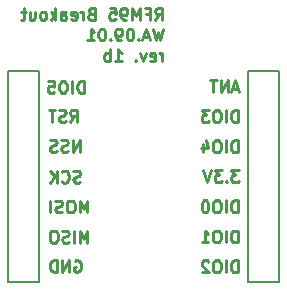
<source format=gbo>
G04 #@! TF.GenerationSoftware,KiCad,Pcbnew,(5.1.4)-1*
G04 #@! TF.CreationDate,2019-10-27T13:01:11+01:00*
G04 #@! TF.ProjectId,project,70726f6a-6563-4742-9e6b-696361645f70,1b*
G04 #@! TF.SameCoordinates,Original*
G04 #@! TF.FileFunction,Legend,Bot*
G04 #@! TF.FilePolarity,Positive*
%FSLAX46Y46*%
G04 Gerber Fmt 4.6, Leading zero omitted, Abs format (unit mm)*
G04 Created by KiCad (PCBNEW (5.1.4)-1) date 2019-10-27 13:01:11*
%MOMM*%
%LPD*%
G04 APERTURE LIST*
%ADD10C,0.250000*%
%ADD11C,0.150000*%
G04 APERTURE END LIST*
D10*
X129134396Y-78628560D02*
X129467729Y-78152370D01*
X129705824Y-78628560D02*
X129705824Y-77628560D01*
X129324872Y-77628560D01*
X129229634Y-77676180D01*
X129182015Y-77723799D01*
X129134396Y-77819037D01*
X129134396Y-77961894D01*
X129182015Y-78057132D01*
X129229634Y-78104751D01*
X129324872Y-78152370D01*
X129705824Y-78152370D01*
X128372491Y-78104751D02*
X128705824Y-78104751D01*
X128705824Y-78628560D02*
X128705824Y-77628560D01*
X128229634Y-77628560D01*
X127848681Y-78628560D02*
X127848681Y-77628560D01*
X127515348Y-78342846D01*
X127182015Y-77628560D01*
X127182015Y-78628560D01*
X126658205Y-78628560D02*
X126467729Y-78628560D01*
X126372491Y-78580941D01*
X126324872Y-78533322D01*
X126229634Y-78390465D01*
X126182015Y-78199989D01*
X126182015Y-77819037D01*
X126229634Y-77723799D01*
X126277253Y-77676180D01*
X126372491Y-77628560D01*
X126562967Y-77628560D01*
X126658205Y-77676180D01*
X126705824Y-77723799D01*
X126753443Y-77819037D01*
X126753443Y-78057132D01*
X126705824Y-78152370D01*
X126658205Y-78199989D01*
X126562967Y-78247608D01*
X126372491Y-78247608D01*
X126277253Y-78199989D01*
X126229634Y-78152370D01*
X126182015Y-78057132D01*
X125277253Y-77628560D02*
X125753443Y-77628560D01*
X125801062Y-78104751D01*
X125753443Y-78057132D01*
X125658205Y-78009513D01*
X125420110Y-78009513D01*
X125324872Y-78057132D01*
X125277253Y-78104751D01*
X125229634Y-78199989D01*
X125229634Y-78438084D01*
X125277253Y-78533322D01*
X125324872Y-78580941D01*
X125420110Y-78628560D01*
X125658205Y-78628560D01*
X125753443Y-78580941D01*
X125801062Y-78533322D01*
X123705824Y-78104751D02*
X123562967Y-78152370D01*
X123515348Y-78199989D01*
X123467729Y-78295227D01*
X123467729Y-78438084D01*
X123515348Y-78533322D01*
X123562967Y-78580941D01*
X123658205Y-78628560D01*
X124039158Y-78628560D01*
X124039158Y-77628560D01*
X123705824Y-77628560D01*
X123610586Y-77676180D01*
X123562967Y-77723799D01*
X123515348Y-77819037D01*
X123515348Y-77914275D01*
X123562967Y-78009513D01*
X123610586Y-78057132D01*
X123705824Y-78104751D01*
X124039158Y-78104751D01*
X123039158Y-78628560D02*
X123039158Y-77961894D01*
X123039158Y-78152370D02*
X122991539Y-78057132D01*
X122943920Y-78009513D01*
X122848681Y-77961894D01*
X122753443Y-77961894D01*
X122039158Y-78580941D02*
X122134396Y-78628560D01*
X122324872Y-78628560D01*
X122420110Y-78580941D01*
X122467729Y-78485703D01*
X122467729Y-78104751D01*
X122420110Y-78009513D01*
X122324872Y-77961894D01*
X122134396Y-77961894D01*
X122039158Y-78009513D01*
X121991539Y-78104751D01*
X121991539Y-78199989D01*
X122467729Y-78295227D01*
X121134396Y-78628560D02*
X121134396Y-78104751D01*
X121182015Y-78009513D01*
X121277253Y-77961894D01*
X121467729Y-77961894D01*
X121562967Y-78009513D01*
X121134396Y-78580941D02*
X121229634Y-78628560D01*
X121467729Y-78628560D01*
X121562967Y-78580941D01*
X121610586Y-78485703D01*
X121610586Y-78390465D01*
X121562967Y-78295227D01*
X121467729Y-78247608D01*
X121229634Y-78247608D01*
X121134396Y-78199989D01*
X120658205Y-78628560D02*
X120658205Y-77628560D01*
X120562967Y-78247608D02*
X120277253Y-78628560D01*
X120277253Y-77961894D02*
X120658205Y-78342846D01*
X119705824Y-78628560D02*
X119801062Y-78580941D01*
X119848681Y-78533322D01*
X119896300Y-78438084D01*
X119896300Y-78152370D01*
X119848681Y-78057132D01*
X119801062Y-78009513D01*
X119705824Y-77961894D01*
X119562967Y-77961894D01*
X119467729Y-78009513D01*
X119420110Y-78057132D01*
X119372491Y-78152370D01*
X119372491Y-78438084D01*
X119420110Y-78533322D01*
X119467729Y-78580941D01*
X119562967Y-78628560D01*
X119705824Y-78628560D01*
X118515348Y-77961894D02*
X118515348Y-78628560D01*
X118943920Y-77961894D02*
X118943920Y-78485703D01*
X118896300Y-78580941D01*
X118801062Y-78628560D01*
X118658205Y-78628560D01*
X118562967Y-78580941D01*
X118515348Y-78533322D01*
X118182015Y-77961894D02*
X117801062Y-77961894D01*
X118039158Y-77628560D02*
X118039158Y-78485703D01*
X117991539Y-78580941D01*
X117896300Y-78628560D01*
X117801062Y-78628560D01*
X129801062Y-79378560D02*
X129562967Y-80378560D01*
X129372491Y-79664275D01*
X129182015Y-80378560D01*
X128943920Y-79378560D01*
X128610586Y-80092846D02*
X128134396Y-80092846D01*
X128705824Y-80378560D02*
X128372491Y-79378560D01*
X128039158Y-80378560D01*
X127705824Y-80283322D02*
X127658205Y-80330941D01*
X127705824Y-80378560D01*
X127753443Y-80330941D01*
X127705824Y-80283322D01*
X127705824Y-80378560D01*
X127039158Y-79378560D02*
X126943920Y-79378560D01*
X126848681Y-79426180D01*
X126801062Y-79473799D01*
X126753443Y-79569037D01*
X126705824Y-79759513D01*
X126705824Y-79997608D01*
X126753443Y-80188084D01*
X126801062Y-80283322D01*
X126848681Y-80330941D01*
X126943920Y-80378560D01*
X127039158Y-80378560D01*
X127134396Y-80330941D01*
X127182015Y-80283322D01*
X127229634Y-80188084D01*
X127277253Y-79997608D01*
X127277253Y-79759513D01*
X127229634Y-79569037D01*
X127182015Y-79473799D01*
X127134396Y-79426180D01*
X127039158Y-79378560D01*
X126229634Y-80378560D02*
X126039158Y-80378560D01*
X125943920Y-80330941D01*
X125896300Y-80283322D01*
X125801062Y-80140465D01*
X125753443Y-79949989D01*
X125753443Y-79569037D01*
X125801062Y-79473799D01*
X125848681Y-79426180D01*
X125943920Y-79378560D01*
X126134396Y-79378560D01*
X126229634Y-79426180D01*
X126277253Y-79473799D01*
X126324872Y-79569037D01*
X126324872Y-79807132D01*
X126277253Y-79902370D01*
X126229634Y-79949989D01*
X126134396Y-79997608D01*
X125943920Y-79997608D01*
X125848681Y-79949989D01*
X125801062Y-79902370D01*
X125753443Y-79807132D01*
X125324872Y-80283322D02*
X125277253Y-80330941D01*
X125324872Y-80378560D01*
X125372491Y-80330941D01*
X125324872Y-80283322D01*
X125324872Y-80378560D01*
X124658205Y-79378560D02*
X124562967Y-79378560D01*
X124467729Y-79426180D01*
X124420110Y-79473799D01*
X124372491Y-79569037D01*
X124324872Y-79759513D01*
X124324872Y-79997608D01*
X124372491Y-80188084D01*
X124420110Y-80283322D01*
X124467729Y-80330941D01*
X124562967Y-80378560D01*
X124658205Y-80378560D01*
X124753443Y-80330941D01*
X124801062Y-80283322D01*
X124848681Y-80188084D01*
X124896300Y-79997608D01*
X124896300Y-79759513D01*
X124848681Y-79569037D01*
X124801062Y-79473799D01*
X124753443Y-79426180D01*
X124658205Y-79378560D01*
X123372491Y-80378560D02*
X123943920Y-80378560D01*
X123658205Y-80378560D02*
X123658205Y-79378560D01*
X123753443Y-79521418D01*
X123848681Y-79616656D01*
X123943920Y-79664275D01*
X129705824Y-82128560D02*
X129705824Y-81461894D01*
X129705824Y-81652370D02*
X129658205Y-81557132D01*
X129610586Y-81509513D01*
X129515348Y-81461894D01*
X129420110Y-81461894D01*
X128705824Y-82080941D02*
X128801062Y-82128560D01*
X128991539Y-82128560D01*
X129086777Y-82080941D01*
X129134396Y-81985703D01*
X129134396Y-81604751D01*
X129086777Y-81509513D01*
X128991539Y-81461894D01*
X128801062Y-81461894D01*
X128705824Y-81509513D01*
X128658205Y-81604751D01*
X128658205Y-81699989D01*
X129134396Y-81795227D01*
X128324872Y-81461894D02*
X128086777Y-82128560D01*
X127848681Y-81461894D01*
X127467729Y-82033322D02*
X127420110Y-82080941D01*
X127467729Y-82128560D01*
X127515348Y-82080941D01*
X127467729Y-82033322D01*
X127467729Y-82128560D01*
X125705824Y-82128560D02*
X126277253Y-82128560D01*
X125991539Y-82128560D02*
X125991539Y-81128560D01*
X126086777Y-81271418D01*
X126182015Y-81366656D01*
X126277253Y-81414275D01*
X125277253Y-82128560D02*
X125277253Y-81128560D01*
X125277253Y-81509513D02*
X125182015Y-81461894D01*
X124991539Y-81461894D01*
X124896300Y-81509513D01*
X124848681Y-81557132D01*
X124801062Y-81652370D01*
X124801062Y-81938084D01*
X124848681Y-82033322D01*
X124896300Y-82080941D01*
X124991539Y-82128560D01*
X125182015Y-82128560D01*
X125277253Y-82080941D01*
X136109164Y-100010220D02*
X136109164Y-99010220D01*
X135871069Y-99010220D01*
X135728212Y-99057840D01*
X135632974Y-99153078D01*
X135585355Y-99248316D01*
X135537736Y-99438792D01*
X135537736Y-99581649D01*
X135585355Y-99772125D01*
X135632974Y-99867363D01*
X135728212Y-99962601D01*
X135871069Y-100010220D01*
X136109164Y-100010220D01*
X135109164Y-100010220D02*
X135109164Y-99010220D01*
X134442498Y-99010220D02*
X134252021Y-99010220D01*
X134156783Y-99057840D01*
X134061545Y-99153078D01*
X134013926Y-99343554D01*
X134013926Y-99676887D01*
X134061545Y-99867363D01*
X134156783Y-99962601D01*
X134252021Y-100010220D01*
X134442498Y-100010220D01*
X134537736Y-99962601D01*
X134632974Y-99867363D01*
X134680593Y-99676887D01*
X134680593Y-99343554D01*
X134632974Y-99153078D01*
X134537736Y-99057840D01*
X134442498Y-99010220D01*
X133632974Y-99105459D02*
X133585355Y-99057840D01*
X133490117Y-99010220D01*
X133252021Y-99010220D01*
X133156783Y-99057840D01*
X133109164Y-99105459D01*
X133061545Y-99200697D01*
X133061545Y-99295935D01*
X133109164Y-99438792D01*
X133680593Y-100010220D01*
X133061545Y-100010220D01*
X136109164Y-97475300D02*
X136109164Y-96475300D01*
X135871069Y-96475300D01*
X135728212Y-96522920D01*
X135632974Y-96618158D01*
X135585355Y-96713396D01*
X135537736Y-96903872D01*
X135537736Y-97046729D01*
X135585355Y-97237205D01*
X135632974Y-97332443D01*
X135728212Y-97427681D01*
X135871069Y-97475300D01*
X136109164Y-97475300D01*
X135109164Y-97475300D02*
X135109164Y-96475300D01*
X134442498Y-96475300D02*
X134252021Y-96475300D01*
X134156783Y-96522920D01*
X134061545Y-96618158D01*
X134013926Y-96808634D01*
X134013926Y-97141967D01*
X134061545Y-97332443D01*
X134156783Y-97427681D01*
X134252021Y-97475300D01*
X134442498Y-97475300D01*
X134537736Y-97427681D01*
X134632974Y-97332443D01*
X134680593Y-97141967D01*
X134680593Y-96808634D01*
X134632974Y-96618158D01*
X134537736Y-96522920D01*
X134442498Y-96475300D01*
X133061545Y-97475300D02*
X133632974Y-97475300D01*
X133347260Y-97475300D02*
X133347260Y-96475300D01*
X133442498Y-96618158D01*
X133537736Y-96713396D01*
X133632974Y-96761015D01*
X136109164Y-94930220D02*
X136109164Y-93930220D01*
X135871069Y-93930220D01*
X135728212Y-93977840D01*
X135632974Y-94073078D01*
X135585355Y-94168316D01*
X135537736Y-94358792D01*
X135537736Y-94501649D01*
X135585355Y-94692125D01*
X135632974Y-94787363D01*
X135728212Y-94882601D01*
X135871069Y-94930220D01*
X136109164Y-94930220D01*
X135109164Y-94930220D02*
X135109164Y-93930220D01*
X134442498Y-93930220D02*
X134252021Y-93930220D01*
X134156783Y-93977840D01*
X134061545Y-94073078D01*
X134013926Y-94263554D01*
X134013926Y-94596887D01*
X134061545Y-94787363D01*
X134156783Y-94882601D01*
X134252021Y-94930220D01*
X134442498Y-94930220D01*
X134537736Y-94882601D01*
X134632974Y-94787363D01*
X134680593Y-94596887D01*
X134680593Y-94263554D01*
X134632974Y-94073078D01*
X134537736Y-93977840D01*
X134442498Y-93930220D01*
X133394879Y-93930220D02*
X133299640Y-93930220D01*
X133204402Y-93977840D01*
X133156783Y-94025459D01*
X133109164Y-94120697D01*
X133061545Y-94311173D01*
X133061545Y-94549268D01*
X133109164Y-94739744D01*
X133156783Y-94834982D01*
X133204402Y-94882601D01*
X133299640Y-94930220D01*
X133394879Y-94930220D01*
X133490117Y-94882601D01*
X133537736Y-94834982D01*
X133585355Y-94739744D01*
X133632974Y-94549268D01*
X133632974Y-94311173D01*
X133585355Y-94120697D01*
X133537736Y-94025459D01*
X133490117Y-93977840D01*
X133394879Y-93930220D01*
X136204402Y-91385140D02*
X135585355Y-91385140D01*
X135918688Y-91766093D01*
X135775831Y-91766093D01*
X135680593Y-91813712D01*
X135632974Y-91861331D01*
X135585355Y-91956569D01*
X135585355Y-92194664D01*
X135632974Y-92289902D01*
X135680593Y-92337521D01*
X135775831Y-92385140D01*
X136061545Y-92385140D01*
X136156783Y-92337521D01*
X136204402Y-92289902D01*
X135156783Y-92289902D02*
X135109164Y-92337521D01*
X135156783Y-92385140D01*
X135204402Y-92337521D01*
X135156783Y-92289902D01*
X135156783Y-92385140D01*
X134775831Y-91385140D02*
X134156783Y-91385140D01*
X134490117Y-91766093D01*
X134347260Y-91766093D01*
X134252021Y-91813712D01*
X134204402Y-91861331D01*
X134156783Y-91956569D01*
X134156783Y-92194664D01*
X134204402Y-92289902D01*
X134252021Y-92337521D01*
X134347260Y-92385140D01*
X134632974Y-92385140D01*
X134728212Y-92337521D01*
X134775831Y-92289902D01*
X133871069Y-91385140D02*
X133537736Y-92385140D01*
X133204402Y-91385140D01*
X136109164Y-89842600D02*
X136109164Y-88842600D01*
X135871069Y-88842600D01*
X135728212Y-88890220D01*
X135632974Y-88985458D01*
X135585355Y-89080696D01*
X135537736Y-89271172D01*
X135537736Y-89414029D01*
X135585355Y-89604505D01*
X135632974Y-89699743D01*
X135728212Y-89794981D01*
X135871069Y-89842600D01*
X136109164Y-89842600D01*
X135109164Y-89842600D02*
X135109164Y-88842600D01*
X134442498Y-88842600D02*
X134252021Y-88842600D01*
X134156783Y-88890220D01*
X134061545Y-88985458D01*
X134013926Y-89175934D01*
X134013926Y-89509267D01*
X134061545Y-89699743D01*
X134156783Y-89794981D01*
X134252021Y-89842600D01*
X134442498Y-89842600D01*
X134537736Y-89794981D01*
X134632974Y-89699743D01*
X134680593Y-89509267D01*
X134680593Y-89175934D01*
X134632974Y-88985458D01*
X134537736Y-88890220D01*
X134442498Y-88842600D01*
X133156783Y-89175934D02*
X133156783Y-89842600D01*
X133394879Y-88794981D02*
X133632974Y-89509267D01*
X133013926Y-89509267D01*
X136109164Y-87297520D02*
X136109164Y-86297520D01*
X135871069Y-86297520D01*
X135728212Y-86345140D01*
X135632974Y-86440378D01*
X135585355Y-86535616D01*
X135537736Y-86726092D01*
X135537736Y-86868949D01*
X135585355Y-87059425D01*
X135632974Y-87154663D01*
X135728212Y-87249901D01*
X135871069Y-87297520D01*
X136109164Y-87297520D01*
X135109164Y-87297520D02*
X135109164Y-86297520D01*
X134442498Y-86297520D02*
X134252021Y-86297520D01*
X134156783Y-86345140D01*
X134061545Y-86440378D01*
X134013926Y-86630854D01*
X134013926Y-86964187D01*
X134061545Y-87154663D01*
X134156783Y-87249901D01*
X134252021Y-87297520D01*
X134442498Y-87297520D01*
X134537736Y-87249901D01*
X134632974Y-87154663D01*
X134680593Y-86964187D01*
X134680593Y-86630854D01*
X134632974Y-86440378D01*
X134537736Y-86345140D01*
X134442498Y-86297520D01*
X133680593Y-86297520D02*
X133061545Y-86297520D01*
X133394879Y-86678473D01*
X133252021Y-86678473D01*
X133156783Y-86726092D01*
X133109164Y-86773711D01*
X133061545Y-86868949D01*
X133061545Y-87107044D01*
X133109164Y-87202282D01*
X133156783Y-87249901D01*
X133252021Y-87297520D01*
X133537736Y-87297520D01*
X133632974Y-87249901D01*
X133680593Y-87202282D01*
X136156783Y-84456566D02*
X135680593Y-84456566D01*
X136252021Y-84742280D02*
X135918688Y-83742280D01*
X135585355Y-84742280D01*
X135252021Y-84742280D02*
X135252021Y-83742280D01*
X134680593Y-84742280D01*
X134680593Y-83742280D01*
X134347260Y-83742280D02*
X133775831Y-83742280D01*
X134061545Y-84742280D02*
X134061545Y-83742280D01*
X122295574Y-99029900D02*
X122390812Y-98982280D01*
X122533669Y-98982280D01*
X122676526Y-99029900D01*
X122771764Y-99125138D01*
X122819383Y-99220376D01*
X122867002Y-99410852D01*
X122867002Y-99553709D01*
X122819383Y-99744185D01*
X122771764Y-99839423D01*
X122676526Y-99934661D01*
X122533669Y-99982280D01*
X122438431Y-99982280D01*
X122295574Y-99934661D01*
X122247955Y-99887042D01*
X122247955Y-99553709D01*
X122438431Y-99553709D01*
X121819383Y-99982280D02*
X121819383Y-98982280D01*
X121247955Y-99982280D01*
X121247955Y-98982280D01*
X120771764Y-99982280D02*
X120771764Y-98982280D01*
X120533669Y-98982280D01*
X120390812Y-99029900D01*
X120295574Y-99125138D01*
X120247955Y-99220376D01*
X120200336Y-99410852D01*
X120200336Y-99553709D01*
X120247955Y-99744185D01*
X120295574Y-99839423D01*
X120390812Y-99934661D01*
X120533669Y-99982280D01*
X120771764Y-99982280D01*
X123390812Y-97490540D02*
X123390812Y-96490540D01*
X123057479Y-97204826D01*
X122724145Y-96490540D01*
X122724145Y-97490540D01*
X122247955Y-97490540D02*
X122247955Y-96490540D01*
X121819383Y-97442921D02*
X121676526Y-97490540D01*
X121438431Y-97490540D01*
X121343193Y-97442921D01*
X121295574Y-97395302D01*
X121247955Y-97300064D01*
X121247955Y-97204826D01*
X121295574Y-97109588D01*
X121343193Y-97061969D01*
X121438431Y-97014350D01*
X121628907Y-96966731D01*
X121724145Y-96919112D01*
X121771764Y-96871493D01*
X121819383Y-96776255D01*
X121819383Y-96681017D01*
X121771764Y-96585779D01*
X121724145Y-96538160D01*
X121628907Y-96490540D01*
X121390812Y-96490540D01*
X121247955Y-96538160D01*
X120628907Y-96490540D02*
X120438431Y-96490540D01*
X120343193Y-96538160D01*
X120247955Y-96633398D01*
X120200336Y-96823874D01*
X120200336Y-97157207D01*
X120247955Y-97347683D01*
X120343193Y-97442921D01*
X120438431Y-97490540D01*
X120628907Y-97490540D01*
X120724145Y-97442921D01*
X120819383Y-97347683D01*
X120867002Y-97157207D01*
X120867002Y-96823874D01*
X120819383Y-96633398D01*
X120724145Y-96538160D01*
X120628907Y-96490540D01*
X123390812Y-94942920D02*
X123390812Y-93942920D01*
X123057479Y-94657206D01*
X122724145Y-93942920D01*
X122724145Y-94942920D01*
X122057479Y-93942920D02*
X121867002Y-93942920D01*
X121771764Y-93990540D01*
X121676526Y-94085778D01*
X121628907Y-94276254D01*
X121628907Y-94609587D01*
X121676526Y-94800063D01*
X121771764Y-94895301D01*
X121867002Y-94942920D01*
X122057479Y-94942920D01*
X122152717Y-94895301D01*
X122247955Y-94800063D01*
X122295574Y-94609587D01*
X122295574Y-94276254D01*
X122247955Y-94085778D01*
X122152717Y-93990540D01*
X122057479Y-93942920D01*
X121247955Y-94895301D02*
X121105098Y-94942920D01*
X120867002Y-94942920D01*
X120771764Y-94895301D01*
X120724145Y-94847682D01*
X120676526Y-94752444D01*
X120676526Y-94657206D01*
X120724145Y-94561968D01*
X120771764Y-94514349D01*
X120867002Y-94466730D01*
X121057479Y-94419111D01*
X121152717Y-94371492D01*
X121200336Y-94323873D01*
X121247955Y-94228635D01*
X121247955Y-94133397D01*
X121200336Y-94038159D01*
X121152717Y-93990540D01*
X121057479Y-93942920D01*
X120819383Y-93942920D01*
X120676526Y-93990540D01*
X120247955Y-94942920D02*
X120247955Y-93942920D01*
X122771764Y-92365461D02*
X122628907Y-92413080D01*
X122390812Y-92413080D01*
X122295574Y-92365461D01*
X122247955Y-92317842D01*
X122200336Y-92222604D01*
X122200336Y-92127366D01*
X122247955Y-92032128D01*
X122295574Y-91984509D01*
X122390812Y-91936890D01*
X122581288Y-91889271D01*
X122676526Y-91841652D01*
X122724145Y-91794033D01*
X122771764Y-91698795D01*
X122771764Y-91603557D01*
X122724145Y-91508319D01*
X122676526Y-91460700D01*
X122581288Y-91413080D01*
X122343193Y-91413080D01*
X122200336Y-91460700D01*
X121200336Y-92317842D02*
X121247955Y-92365461D01*
X121390812Y-92413080D01*
X121486050Y-92413080D01*
X121628907Y-92365461D01*
X121724145Y-92270223D01*
X121771764Y-92174985D01*
X121819383Y-91984509D01*
X121819383Y-91841652D01*
X121771764Y-91651176D01*
X121724145Y-91555938D01*
X121628907Y-91460700D01*
X121486050Y-91413080D01*
X121390812Y-91413080D01*
X121247955Y-91460700D01*
X121200336Y-91508319D01*
X120771764Y-92413080D02*
X120771764Y-91413080D01*
X120200336Y-92413080D02*
X120628907Y-91841652D01*
X120200336Y-91413080D02*
X120771764Y-91984509D01*
X122724145Y-89796880D02*
X122724145Y-88796880D01*
X122152717Y-89796880D01*
X122152717Y-88796880D01*
X121724145Y-89749261D02*
X121581288Y-89796880D01*
X121343193Y-89796880D01*
X121247955Y-89749261D01*
X121200336Y-89701642D01*
X121152717Y-89606404D01*
X121152717Y-89511166D01*
X121200336Y-89415928D01*
X121247955Y-89368309D01*
X121343193Y-89320690D01*
X121533669Y-89273071D01*
X121628907Y-89225452D01*
X121676526Y-89177833D01*
X121724145Y-89082595D01*
X121724145Y-88987357D01*
X121676526Y-88892119D01*
X121628907Y-88844500D01*
X121533669Y-88796880D01*
X121295574Y-88796880D01*
X121152717Y-88844500D01*
X120771764Y-89749261D02*
X120628907Y-89796880D01*
X120390812Y-89796880D01*
X120295574Y-89749261D01*
X120247955Y-89701642D01*
X120200336Y-89606404D01*
X120200336Y-89511166D01*
X120247955Y-89415928D01*
X120295574Y-89368309D01*
X120390812Y-89320690D01*
X120581288Y-89273071D01*
X120676526Y-89225452D01*
X120724145Y-89177833D01*
X120771764Y-89082595D01*
X120771764Y-88987357D01*
X120724145Y-88892119D01*
X120676526Y-88844500D01*
X120581288Y-88796880D01*
X120343193Y-88796880D01*
X120200336Y-88844500D01*
X121914621Y-87261960D02*
X122247955Y-86785770D01*
X122486050Y-87261960D02*
X122486050Y-86261960D01*
X122105098Y-86261960D01*
X122009860Y-86309580D01*
X121962240Y-86357199D01*
X121914621Y-86452437D01*
X121914621Y-86595294D01*
X121962240Y-86690532D01*
X122009860Y-86738151D01*
X122105098Y-86785770D01*
X122486050Y-86785770D01*
X121533669Y-87214341D02*
X121390812Y-87261960D01*
X121152717Y-87261960D01*
X121057479Y-87214341D01*
X121009860Y-87166722D01*
X120962240Y-87071484D01*
X120962240Y-86976246D01*
X121009860Y-86881008D01*
X121057479Y-86833389D01*
X121152717Y-86785770D01*
X121343193Y-86738151D01*
X121438431Y-86690532D01*
X121486050Y-86642913D01*
X121533669Y-86547675D01*
X121533669Y-86452437D01*
X121486050Y-86357199D01*
X121438431Y-86309580D01*
X121343193Y-86261960D01*
X121105098Y-86261960D01*
X120962240Y-86309580D01*
X120676526Y-86261960D02*
X120105098Y-86261960D01*
X120390812Y-87261960D02*
X120390812Y-86261960D01*
X123074560Y-84821020D02*
X123074560Y-83821020D01*
X122836464Y-83821020D01*
X122693607Y-83868640D01*
X122598369Y-83963878D01*
X122550750Y-84059116D01*
X122503131Y-84249592D01*
X122503131Y-84392449D01*
X122550750Y-84582925D01*
X122598369Y-84678163D01*
X122693607Y-84773401D01*
X122836464Y-84821020D01*
X123074560Y-84821020D01*
X122074560Y-84821020D02*
X122074560Y-83821020D01*
X121407893Y-83821020D02*
X121217417Y-83821020D01*
X121122179Y-83868640D01*
X121026940Y-83963878D01*
X120979321Y-84154354D01*
X120979321Y-84487687D01*
X121026940Y-84678163D01*
X121122179Y-84773401D01*
X121217417Y-84821020D01*
X121407893Y-84821020D01*
X121503131Y-84773401D01*
X121598369Y-84678163D01*
X121645988Y-84487687D01*
X121645988Y-84154354D01*
X121598369Y-83963878D01*
X121503131Y-83868640D01*
X121407893Y-83821020D01*
X120074560Y-83821020D02*
X120550750Y-83821020D01*
X120598369Y-84297211D01*
X120550750Y-84249592D01*
X120455512Y-84201973D01*
X120217417Y-84201973D01*
X120122179Y-84249592D01*
X120074560Y-84297211D01*
X120026940Y-84392449D01*
X120026940Y-84630544D01*
X120074560Y-84725782D01*
X120122179Y-84773401D01*
X120217417Y-84821020D01*
X120455512Y-84821020D01*
X120550750Y-84773401D01*
X120598369Y-84725782D01*
D11*
X116640300Y-100847200D02*
X119300300Y-100847200D01*
X119300300Y-100847200D02*
X119300300Y-82947200D01*
X116640300Y-100847200D02*
X116640300Y-82947200D01*
X116640300Y-82947200D02*
X119300300Y-82947200D01*
X136973000Y-100847200D02*
X139633000Y-100847200D01*
X139633000Y-100847200D02*
X139633000Y-82947200D01*
X136973000Y-100847200D02*
X136973000Y-82947200D01*
X136973000Y-82947200D02*
X139633000Y-82947200D01*
M02*

</source>
